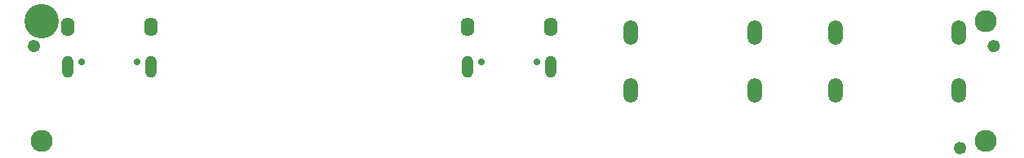
<source format=gbr>
%TF.GenerationSoftware,KiCad,Pcbnew,7.0.6*%
%TF.CreationDate,2024-01-21T15:46:54+00:00*%
%TF.ProjectId,MoonHub,4d6f6f6e-4875-4622-9e6b-696361645f70,rev?*%
%TF.SameCoordinates,Original*%
%TF.FileFunction,Soldermask,Bot*%
%TF.FilePolarity,Negative*%
%FSLAX46Y46*%
G04 Gerber Fmt 4.6, Leading zero omitted, Abs format (unit mm)*
G04 Created by KiCad (PCBNEW 7.0.6) date 2024-01-21 15:46:54*
%MOMM*%
%LPD*%
G01*
G04 APERTURE LIST*
%ADD10C,0.650000*%
%ADD11C,2.276000*%
%ADD12O,1.376000X1.976000*%
%ADD13O,1.176000X2.276000*%
%ADD14C,0.726000*%
%ADD15O,1.476000X2.576000*%
%ADD16C,3.576001*%
G04 APERTURE END LIST*
%TO.C,H7*%
D10*
X97625000Y-15200000D02*
G75*
G03*
X97625000Y-15200000I-325000J0D01*
G01*
%TO.C,H6*%
X101125000Y-4600000D02*
G75*
G03*
X101125000Y-4600000I-325000J0D01*
G01*
%TO.C,H5*%
X1525000Y-4600000D02*
G75*
G03*
X1525000Y-4600000I-325000J0D01*
G01*
%TD*%
D11*
%TO.C,H4*%
X2000000Y-14500000D03*
%TD*%
%TO.C,H3*%
X100000000Y-14500000D03*
%TD*%
%TO.C,H1*%
X100000000Y-2000000D03*
%TD*%
D12*
%TO.C,USB3*%
X46222000Y-2600000D03*
D13*
X46222000Y-6780000D03*
D12*
X54862000Y-2600000D03*
D13*
X54862000Y-6780000D03*
D14*
X47652000Y-6250000D03*
X53432000Y-6250000D03*
%TD*%
D12*
%TO.C,USB2*%
X4678000Y-2600000D03*
D13*
X4678000Y-6780000D03*
D12*
X13318000Y-2600000D03*
D13*
X13318000Y-6780000D03*
D14*
X6108000Y-6250000D03*
X11888000Y-6250000D03*
%TD*%
D15*
%TO.C,USB4*%
X75962000Y-9200000D03*
X75962000Y-3200000D03*
X63162000Y-9200000D03*
X63162000Y-3200000D03*
%TD*%
D16*
%TO.C,H2*%
X2000000Y-2000000D03*
%TD*%
D15*
%TO.C,USB1*%
X97192000Y-9200000D03*
X97192000Y-3200000D03*
X84392000Y-9200000D03*
X84392000Y-3200000D03*
%TD*%
M02*

</source>
